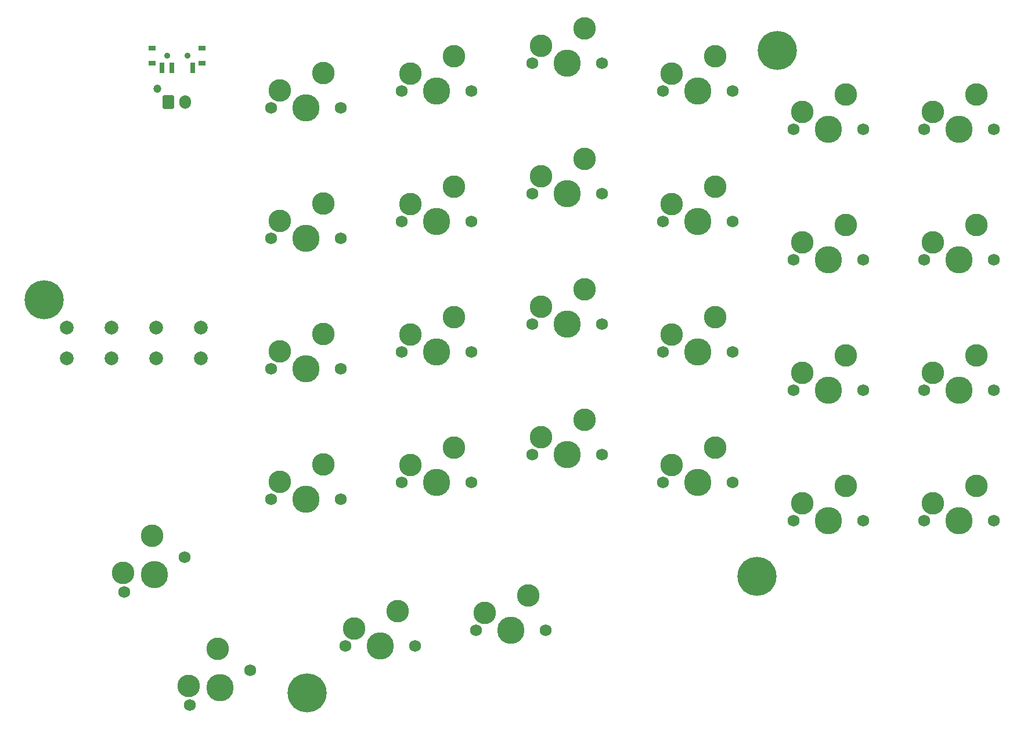
<source format=gbr>
%TF.GenerationSoftware,KiCad,Pcbnew,8.0.8*%
%TF.CreationDate,2025-02-12T11:53:30+01:00*%
%TF.ProjectId,PCB_d,5043425f-642e-46b6-9963-61645f706362,rev?*%
%TF.SameCoordinates,Original*%
%TF.FileFunction,Soldermask,Top*%
%TF.FilePolarity,Negative*%
%FSLAX46Y46*%
G04 Gerber Fmt 4.6, Leading zero omitted, Abs format (unit mm)*
G04 Created by KiCad (PCBNEW 8.0.8) date 2025-02-12 11:53:30*
%MOMM*%
%LPD*%
G01*
G04 APERTURE LIST*
G04 Aperture macros list*
%AMRoundRect*
0 Rectangle with rounded corners*
0 $1 Rounding radius*
0 $2 $3 $4 $5 $6 $7 $8 $9 X,Y pos of 4 corners*
0 Add a 4 corners polygon primitive as box body*
4,1,4,$2,$3,$4,$5,$6,$7,$8,$9,$2,$3,0*
0 Add four circle primitives for the rounded corners*
1,1,$1+$1,$2,$3*
1,1,$1+$1,$4,$5*
1,1,$1+$1,$6,$7*
1,1,$1+$1,$8,$9*
0 Add four rect primitives between the rounded corners*
20,1,$1+$1,$2,$3,$4,$5,0*
20,1,$1+$1,$4,$5,$6,$7,0*
20,1,$1+$1,$6,$7,$8,$9,0*
20,1,$1+$1,$8,$9,$2,$3,0*%
G04 Aperture macros list end*
%ADD10C,5.700000*%
%ADD11C,1.200000*%
%ADD12RoundRect,0.250000X-0.600000X-0.750000X0.600000X-0.750000X0.600000X0.750000X-0.600000X0.750000X0*%
%ADD13O,1.700000X2.000000*%
%ADD14C,2.000000*%
%ADD15R,1.000000X0.800000*%
%ADD16C,0.900000*%
%ADD17R,0.700000X1.500000*%
%ADD18C,1.750000*%
%ADD19C,3.987800*%
%ADD20C,3.300000*%
G04 APERTURE END LIST*
D10*
%TO.C,H4*%
X175310800Y-139192000D03*
%TD*%
%TO.C,H3*%
X243840000Y-45313600D03*
%TD*%
%TO.C,H2*%
X240944400Y-122123200D03*
%TD*%
%TO.C,H1*%
X136913250Y-81751100D03*
%TD*%
D11*
%TO.C,J3*%
X153449450Y-50909200D03*
D12*
X155049450Y-52909200D03*
D13*
X157549450Y-52909200D03*
%TD*%
D14*
%TO.C,SW27*%
X146761200Y-90350700D03*
X140261200Y-90350700D03*
X146761200Y-85850700D03*
X140261200Y-85850700D03*
%TD*%
D15*
%TO.C,SW2*%
X160008900Y-47211450D03*
X160008900Y-45001450D03*
D16*
X157858900Y-46101450D03*
X154858900Y-46101450D03*
D15*
X152708900Y-47211450D03*
X152708900Y-45001450D03*
D17*
X158608900Y-47861450D03*
X155608900Y-47861450D03*
X154108900Y-47861450D03*
%TD*%
D14*
%TO.C,SW1*%
X159764800Y-90350700D03*
X153264800Y-90350700D03*
X159764800Y-85850700D03*
X153264800Y-85850700D03*
%TD*%
D18*
%TO.C,SW24*%
X180212648Y-72771000D03*
D19*
X175132648Y-72771000D03*
D18*
X170052648Y-72771000D03*
D20*
X171322648Y-70231000D03*
X177672648Y-67691000D03*
%TD*%
D18*
%TO.C,SW12*%
X237362648Y-70358000D03*
D19*
X232282648Y-70358000D03*
D18*
X227202648Y-70358000D03*
D20*
X228472648Y-67818000D03*
X234822648Y-65278000D03*
%TD*%
D18*
%TO.C,SW35*%
X157424409Y-119385000D03*
D19*
X153025000Y-121925000D03*
D18*
X148625591Y-124465000D03*
D20*
X148455443Y-121630295D03*
X152684705Y-116255591D03*
%TD*%
D18*
%TO.C,SW8*%
X275462472Y-114046000D03*
D19*
X270382472Y-114046000D03*
D18*
X265302472Y-114046000D03*
D20*
X266572472Y-111506000D03*
X272922472Y-108966000D03*
%TD*%
D18*
%TO.C,SW13*%
X237362648Y-89408000D03*
D19*
X232282648Y-89408000D03*
D18*
X227202648Y-89408000D03*
D20*
X228472648Y-86868000D03*
X234822648Y-84328000D03*
%TD*%
D18*
%TO.C,SW16*%
X218312472Y-66294000D03*
D19*
X213232472Y-66294000D03*
D18*
X208152472Y-66294000D03*
D20*
X209422472Y-63754000D03*
X215772472Y-61214000D03*
%TD*%
D18*
%TO.C,SW25*%
X180212472Y-91821000D03*
D19*
X175132472Y-91821000D03*
D18*
X170052472Y-91821000D03*
D20*
X171322472Y-89281000D03*
X177672472Y-86741000D03*
%TD*%
D18*
%TO.C,SW26*%
X180212648Y-110871000D03*
D19*
X175132648Y-110871000D03*
D18*
X170052648Y-110871000D03*
D20*
X171322648Y-108331000D03*
X177672648Y-105791000D03*
%TD*%
D18*
%TO.C,SW21*%
X199262648Y-89408000D03*
D19*
X194182648Y-89408000D03*
D18*
X189102648Y-89408000D03*
D20*
X190372648Y-86868000D03*
X196722648Y-84328000D03*
%TD*%
D18*
%TO.C,SW37*%
X191008000Y-132334000D03*
D19*
X185928000Y-132334000D03*
D18*
X180848000Y-132334000D03*
D20*
X182118000Y-129794000D03*
X188468000Y-127254000D03*
%TD*%
D18*
%TO.C,SW7*%
X256412648Y-75946000D03*
D19*
X251332648Y-75946000D03*
D18*
X246252648Y-75946000D03*
D20*
X247522648Y-73406000D03*
X253872648Y-70866000D03*
%TD*%
D18*
%TO.C,SW20*%
X199262472Y-70358000D03*
D19*
X194182472Y-70358000D03*
D18*
X189102472Y-70358000D03*
D20*
X190372472Y-67818000D03*
X196722472Y-65278000D03*
%TD*%
D18*
%TO.C,SW38*%
X210080000Y-130000000D03*
D19*
X205000000Y-130000000D03*
D18*
X199920000Y-130000000D03*
D20*
X201190000Y-127460000D03*
X207540000Y-124920000D03*
%TD*%
D18*
%TO.C,SW19*%
X199262472Y-51308000D03*
D19*
X194182472Y-51308000D03*
D18*
X189102472Y-51308000D03*
D20*
X190372472Y-48768000D03*
X196722472Y-46228000D03*
%TD*%
D18*
%TO.C,SW17*%
X218312472Y-85344000D03*
D19*
X213232472Y-85344000D03*
D18*
X208152472Y-85344000D03*
D20*
X209422472Y-82804000D03*
X215772472Y-80264000D03*
%TD*%
D18*
%TO.C,SW36*%
X166959409Y-135890000D03*
D19*
X162560000Y-138430000D03*
D18*
X158160591Y-140970000D03*
D20*
X157990443Y-138135295D03*
X162219705Y-132760591D03*
%TD*%
D18*
%TO.C,SW9*%
X256412648Y-94996000D03*
D19*
X251332648Y-94996000D03*
D18*
X246252648Y-94996000D03*
D20*
X247522648Y-92456000D03*
X253872648Y-89916000D03*
%TD*%
D18*
%TO.C,SW22*%
X199262648Y-108458000D03*
D19*
X194182648Y-108458000D03*
D18*
X189102648Y-108458000D03*
D20*
X190372648Y-105918000D03*
X196722648Y-103378000D03*
%TD*%
D18*
%TO.C,SW6*%
X256412648Y-56896000D03*
D19*
X251332648Y-56896000D03*
D18*
X246252648Y-56896000D03*
D20*
X247522648Y-54356000D03*
X253872648Y-51816000D03*
%TD*%
D18*
%TO.C,SW18*%
X218312648Y-104394000D03*
D19*
X213232648Y-104394000D03*
D18*
X208152648Y-104394000D03*
D20*
X209422648Y-101854000D03*
X215772648Y-99314000D03*
%TD*%
D18*
%TO.C,SW3*%
X275462648Y-94996000D03*
D19*
X270382648Y-94996000D03*
D18*
X265302648Y-94996000D03*
D20*
X266572648Y-92456000D03*
X272922648Y-89916000D03*
%TD*%
D18*
%TO.C,SW10*%
X256412472Y-114046000D03*
D19*
X251332472Y-114046000D03*
D18*
X246252472Y-114046000D03*
D20*
X247522472Y-111506000D03*
X253872472Y-108966000D03*
%TD*%
D18*
%TO.C,SW14*%
X237362472Y-108458000D03*
D19*
X232282472Y-108458000D03*
D18*
X227202472Y-108458000D03*
D20*
X228472472Y-105918000D03*
X234822472Y-103378000D03*
%TD*%
D18*
%TO.C,SW4*%
X275462472Y-56896000D03*
D19*
X270382472Y-56896000D03*
D18*
X265302472Y-56896000D03*
D20*
X266572472Y-54356000D03*
X272922472Y-51816000D03*
%TD*%
D18*
%TO.C,SW23*%
X180212648Y-53721000D03*
D19*
X175132648Y-53721000D03*
D18*
X170052648Y-53721000D03*
D20*
X171322648Y-51181000D03*
X177672648Y-48641000D03*
%TD*%
D18*
%TO.C,SW5*%
X275462472Y-75946000D03*
D19*
X270382472Y-75946000D03*
D18*
X265302472Y-75946000D03*
D20*
X266572472Y-73406000D03*
X272922472Y-70866000D03*
%TD*%
D18*
%TO.C,SW15*%
X218312648Y-47244000D03*
D19*
X213232648Y-47244000D03*
D18*
X208152648Y-47244000D03*
D20*
X209422648Y-44704000D03*
X215772648Y-42164000D03*
%TD*%
D18*
%TO.C,SW11*%
X237362648Y-51308000D03*
D19*
X232282648Y-51308000D03*
D18*
X227202648Y-51308000D03*
D20*
X228472648Y-48768000D03*
X234822648Y-46228000D03*
%TD*%
M02*

</source>
